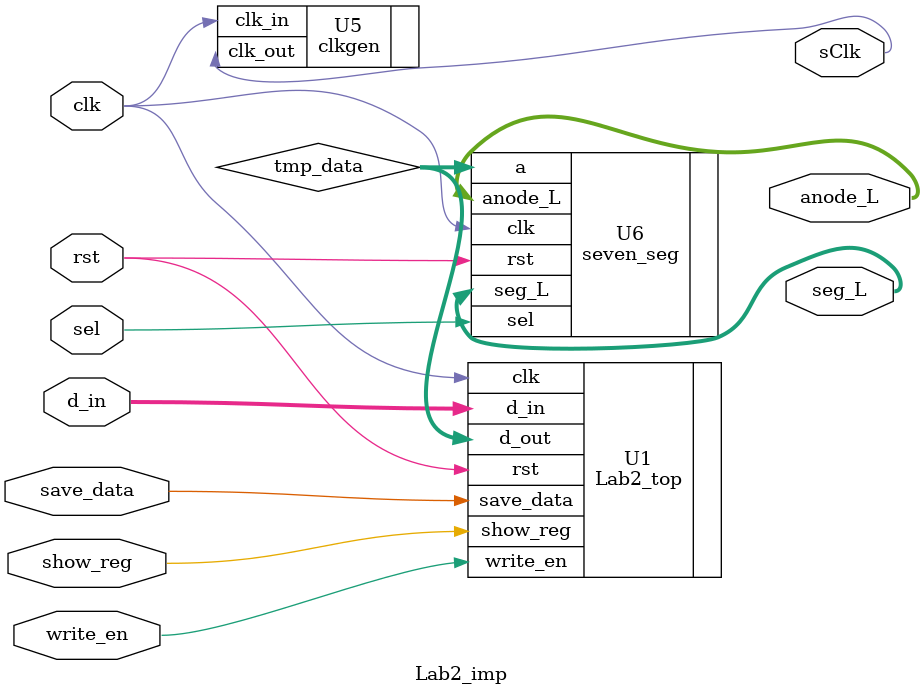
<source format=v>
`timescale 1ns / 1ps


module Lab2_imp(input clk, rst, write_en, save_data, show_reg, sel,
                input [7:0] d_in, 
                output sClk,
				output [3:0] anode_L,
				output [6:0] seg_L);
	 
	 wire [7:0] tmp_data;
	 
	 // Instantiate your Lab2_top module here. Connect d_out to tmp_data.
      Lab2_top U1 (
      .clk(clk),
      .rst(rst),
      .write_en(write_en),
      .save_data(save_data),
      .show_reg(show_reg),
      .d_in(d_in),
      .d_out(tmp_data)
    );
    
	 clkgen   U5 (.clk_in(clk), .clk_out(sClk));
	 seven_seg U6 (.a(tmp_data), .clk(clk), .rst(rst), .sel(sel), .anode_L(anode_L), .seg_L(seg_L));

endmodule


</source>
